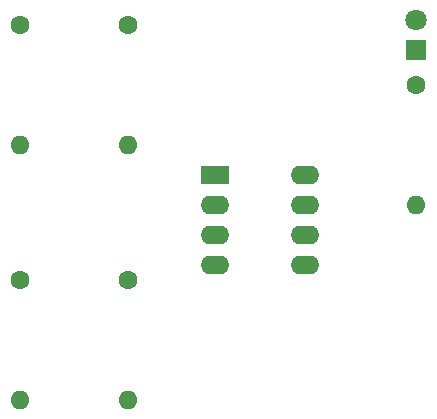
<source format=gbr>
%TF.GenerationSoftware,KiCad,Pcbnew,7.0.9-7.0.9~ubuntu22.04.1*%
%TF.CreationDate,2024-01-09T22:45:08-05:00*%
%TF.ProjectId,AoE_Too_Hot,416f455f-546f-46f5-9f48-6f742e6b6963,rev?*%
%TF.SameCoordinates,Original*%
%TF.FileFunction,Soldermask,Bot*%
%TF.FilePolarity,Negative*%
%FSLAX46Y46*%
G04 Gerber Fmt 4.6, Leading zero omitted, Abs format (unit mm)*
G04 Created by KiCad (PCBNEW 7.0.9-7.0.9~ubuntu22.04.1) date 2024-01-09 22:45:08*
%MOMM*%
%LPD*%
G01*
G04 APERTURE LIST*
%ADD10C,1.800000*%
%ADD11R,1.800000X1.800000*%
%ADD12R,2.400000X1.600000*%
%ADD13O,2.400000X1.600000*%
%ADD14C,1.600000*%
%ADD15O,1.600000X1.600000*%
G04 APERTURE END LIST*
D10*
%TO.C,D1*%
X147828000Y-63119000D03*
D11*
X147828000Y-65659000D03*
%TD*%
D12*
%TO.C,U1*%
X130795000Y-76200000D03*
D13*
X130795000Y-78740000D03*
X130795000Y-81280000D03*
X130795000Y-83820000D03*
X138415000Y-83820000D03*
X138415000Y-81280000D03*
X138415000Y-78740000D03*
X138415000Y-76200000D03*
%TD*%
D14*
%TO.C,TH1*%
X123444000Y-85090000D03*
D15*
X123444000Y-95250000D03*
%TD*%
D14*
%TO.C,R1*%
X114250000Y-63580000D03*
D15*
X114250000Y-73740000D03*
%TD*%
%TO.C,R4*%
X147828000Y-78740000D03*
D14*
X147828000Y-68580000D03*
%TD*%
%TO.C,R2*%
X114250000Y-85090000D03*
D15*
X114250000Y-95250000D03*
%TD*%
D14*
%TO.C,R3*%
X123444000Y-63500000D03*
D15*
X123444000Y-73660000D03*
%TD*%
M02*

</source>
